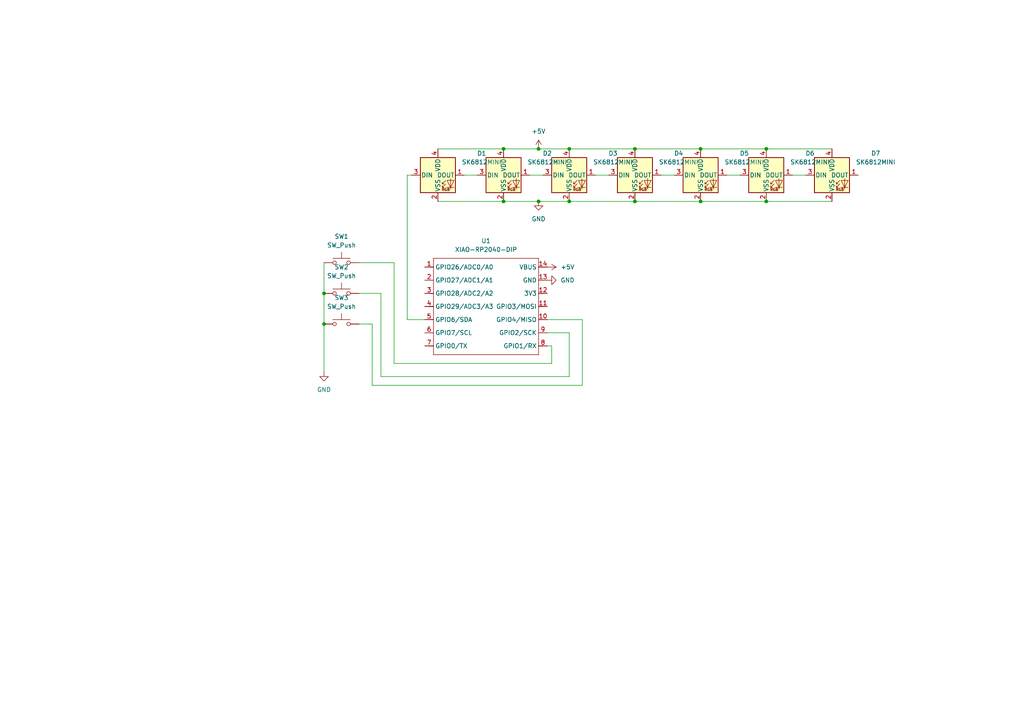
<source format=kicad_sch>
(kicad_sch
	(version 20231120)
	(generator "eeschema")
	(generator_version "8.0")
	(uuid "eb04d918-b175-470a-9280-f1622d85a1e4")
	(paper "A4")
	(lib_symbols
		(symbol "LED:SK6812MINI"
			(pin_names
				(offset 0.254)
			)
			(exclude_from_sim no)
			(in_bom yes)
			(on_board yes)
			(property "Reference" "D"
				(at 5.08 5.715 0)
				(effects
					(font
						(size 1.27 1.27)
					)
					(justify right bottom)
				)
			)
			(property "Value" "SK6812MINI"
				(at 1.27 -5.715 0)
				(effects
					(font
						(size 1.27 1.27)
					)
					(justify left top)
				)
			)
			(property "Footprint" "LED_SMD:LED_SK6812MINI_PLCC4_3.5x3.5mm_P1.75mm"
				(at 1.27 -7.62 0)
				(effects
					(font
						(size 1.27 1.27)
					)
					(justify left top)
					(hide yes)
				)
			)
			(property "Datasheet" "https://cdn-shop.adafruit.com/product-files/2686/SK6812MINI_REV.01-1-2.pdf"
				(at 2.54 -9.525 0)
				(effects
					(font
						(size 1.27 1.27)
					)
					(justify left top)
					(hide yes)
				)
			)
			(property "Description" "RGB LED with integrated controller"
				(at 0 0 0)
				(effects
					(font
						(size 1.27 1.27)
					)
					(hide yes)
				)
			)
			(property "ki_keywords" "RGB LED NeoPixel Mini addressable"
				(at 0 0 0)
				(effects
					(font
						(size 1.27 1.27)
					)
					(hide yes)
				)
			)
			(property "ki_fp_filters" "LED*SK6812MINI*PLCC*3.5x3.5mm*P1.75mm*"
				(at 0 0 0)
				(effects
					(font
						(size 1.27 1.27)
					)
					(hide yes)
				)
			)
			(symbol "SK6812MINI_0_0"
				(text "RGB"
					(at 2.286 -4.191 0)
					(effects
						(font
							(size 0.762 0.762)
						)
					)
				)
			)
			(symbol "SK6812MINI_0_1"
				(polyline
					(pts
						(xy 1.27 -3.556) (xy 1.778 -3.556)
					)
					(stroke
						(width 0)
						(type default)
					)
					(fill
						(type none)
					)
				)
				(polyline
					(pts
						(xy 1.27 -2.54) (xy 1.778 -2.54)
					)
					(stroke
						(width 0)
						(type default)
					)
					(fill
						(type none)
					)
				)
				(polyline
					(pts
						(xy 4.699 -3.556) (xy 2.667 -3.556)
					)
					(stroke
						(width 0)
						(type default)
					)
					(fill
						(type none)
					)
				)
				(polyline
					(pts
						(xy 2.286 -2.54) (xy 1.27 -3.556) (xy 1.27 -3.048)
					)
					(stroke
						(width 0)
						(type default)
					)
					(fill
						(type none)
					)
				)
				(polyline
					(pts
						(xy 2.286 -1.524) (xy 1.27 -2.54) (xy 1.27 -2.032)
					)
					(stroke
						(width 0)
						(type default)
					)
					(fill
						(type none)
					)
				)
				(polyline
					(pts
						(xy 3.683 -1.016) (xy 3.683 -3.556) (xy 3.683 -4.064)
					)
					(stroke
						(width 0)
						(type default)
					)
					(fill
						(type none)
					)
				)
				(polyline
					(pts
						(xy 4.699 -1.524) (xy 2.667 -1.524) (xy 3.683 -3.556) (xy 4.699 -1.524)
					)
					(stroke
						(width 0)
						(type default)
					)
					(fill
						(type none)
					)
				)
				(rectangle
					(start 5.08 5.08)
					(end -5.08 -5.08)
					(stroke
						(width 0.254)
						(type default)
					)
					(fill
						(type background)
					)
				)
			)
			(symbol "SK6812MINI_1_1"
				(pin output line
					(at 7.62 0 180)
					(length 2.54)
					(name "DOUT"
						(effects
							(font
								(size 1.27 1.27)
							)
						)
					)
					(number "1"
						(effects
							(font
								(size 1.27 1.27)
							)
						)
					)
				)
				(pin power_in line
					(at 0 -7.62 90)
					(length 2.54)
					(name "VSS"
						(effects
							(font
								(size 1.27 1.27)
							)
						)
					)
					(number "2"
						(effects
							(font
								(size 1.27 1.27)
							)
						)
					)
				)
				(pin input line
					(at -7.62 0 0)
					(length 2.54)
					(name "DIN"
						(effects
							(font
								(size 1.27 1.27)
							)
						)
					)
					(number "3"
						(effects
							(font
								(size 1.27 1.27)
							)
						)
					)
				)
				(pin power_in line
					(at 0 7.62 270)
					(length 2.54)
					(name "VDD"
						(effects
							(font
								(size 1.27 1.27)
							)
						)
					)
					(number "4"
						(effects
							(font
								(size 1.27 1.27)
							)
						)
					)
				)
			)
		)
		(symbol "OPL:XIAO-RP2040-DIP"
			(exclude_from_sim no)
			(in_bom yes)
			(on_board yes)
			(property "Reference" "U"
				(at 0 0 0)
				(effects
					(font
						(size 1.27 1.27)
					)
				)
			)
			(property "Value" "XIAO-RP2040-DIP"
				(at 5.334 -1.778 0)
				(effects
					(font
						(size 1.27 1.27)
					)
				)
			)
			(property "Footprint" "Module:MOUDLE14P-XIAO-DIP-SMD"
				(at 14.478 -32.258 0)
				(effects
					(font
						(size 1.27 1.27)
					)
					(hide yes)
				)
			)
			(property "Datasheet" ""
				(at 0 0 0)
				(effects
					(font
						(size 1.27 1.27)
					)
					(hide yes)
				)
			)
			(property "Description" ""
				(at 0 0 0)
				(effects
					(font
						(size 1.27 1.27)
					)
					(hide yes)
				)
			)
			(symbol "XIAO-RP2040-DIP_1_0"
				(polyline
					(pts
						(xy -1.27 -30.48) (xy -1.27 -16.51)
					)
					(stroke
						(width 0.1524)
						(type solid)
					)
					(fill
						(type none)
					)
				)
				(polyline
					(pts
						(xy -1.27 -27.94) (xy -2.54 -27.94)
					)
					(stroke
						(width 0.1524)
						(type solid)
					)
					(fill
						(type none)
					)
				)
				(polyline
					(pts
						(xy -1.27 -24.13) (xy -2.54 -24.13)
					)
					(stroke
						(width 0.1524)
						(type solid)
					)
					(fill
						(type none)
					)
				)
				(polyline
					(pts
						(xy -1.27 -20.32) (xy -2.54 -20.32)
					)
					(stroke
						(width 0.1524)
						(type solid)
					)
					(fill
						(type none)
					)
				)
				(polyline
					(pts
						(xy -1.27 -16.51) (xy -2.54 -16.51)
					)
					(stroke
						(width 0.1524)
						(type solid)
					)
					(fill
						(type none)
					)
				)
				(polyline
					(pts
						(xy -1.27 -16.51) (xy -1.27 -12.7)
					)
					(stroke
						(width 0.1524)
						(type solid)
					)
					(fill
						(type none)
					)
				)
				(polyline
					(pts
						(xy -1.27 -12.7) (xy -2.54 -12.7)
					)
					(stroke
						(width 0.1524)
						(type solid)
					)
					(fill
						(type none)
					)
				)
				(polyline
					(pts
						(xy -1.27 -12.7) (xy -1.27 -8.89)
					)
					(stroke
						(width 0.1524)
						(type solid)
					)
					(fill
						(type none)
					)
				)
				(polyline
					(pts
						(xy -1.27 -8.89) (xy -2.54 -8.89)
					)
					(stroke
						(width 0.1524)
						(type solid)
					)
					(fill
						(type none)
					)
				)
				(polyline
					(pts
						(xy -1.27 -8.89) (xy -1.27 -5.08)
					)
					(stroke
						(width 0.1524)
						(type solid)
					)
					(fill
						(type none)
					)
				)
				(polyline
					(pts
						(xy -1.27 -5.08) (xy -2.54 -5.08)
					)
					(stroke
						(width 0.1524)
						(type solid)
					)
					(fill
						(type none)
					)
				)
				(polyline
					(pts
						(xy -1.27 -5.08) (xy -1.27 -2.54)
					)
					(stroke
						(width 0.1524)
						(type solid)
					)
					(fill
						(type none)
					)
				)
				(polyline
					(pts
						(xy -1.27 -2.54) (xy 29.21 -2.54)
					)
					(stroke
						(width 0.1524)
						(type solid)
					)
					(fill
						(type none)
					)
				)
				(polyline
					(pts
						(xy 29.21 -30.48) (xy -1.27 -30.48)
					)
					(stroke
						(width 0.1524)
						(type solid)
					)
					(fill
						(type none)
					)
				)
				(polyline
					(pts
						(xy 29.21 -12.7) (xy 29.21 -30.48)
					)
					(stroke
						(width 0.1524)
						(type solid)
					)
					(fill
						(type none)
					)
				)
				(polyline
					(pts
						(xy 29.21 -8.89) (xy 29.21 -12.7)
					)
					(stroke
						(width 0.1524)
						(type solid)
					)
					(fill
						(type none)
					)
				)
				(polyline
					(pts
						(xy 29.21 -5.08) (xy 29.21 -8.89)
					)
					(stroke
						(width 0.1524)
						(type solid)
					)
					(fill
						(type none)
					)
				)
				(polyline
					(pts
						(xy 29.21 -2.54) (xy 29.21 -5.08)
					)
					(stroke
						(width 0.1524)
						(type solid)
					)
					(fill
						(type none)
					)
				)
				(polyline
					(pts
						(xy 30.48 -27.94) (xy 29.21 -27.94)
					)
					(stroke
						(width 0.1524)
						(type solid)
					)
					(fill
						(type none)
					)
				)
				(polyline
					(pts
						(xy 30.48 -24.13) (xy 29.21 -24.13)
					)
					(stroke
						(width 0.1524)
						(type solid)
					)
					(fill
						(type none)
					)
				)
				(polyline
					(pts
						(xy 30.48 -20.32) (xy 29.21 -20.32)
					)
					(stroke
						(width 0.1524)
						(type solid)
					)
					(fill
						(type none)
					)
				)
				(polyline
					(pts
						(xy 30.48 -16.51) (xy 29.21 -16.51)
					)
					(stroke
						(width 0.1524)
						(type solid)
					)
					(fill
						(type none)
					)
				)
				(polyline
					(pts
						(xy 30.48 -12.7) (xy 29.21 -12.7)
					)
					(stroke
						(width 0.1524)
						(type solid)
					)
					(fill
						(type none)
					)
				)
				(polyline
					(pts
						(xy 30.48 -8.89) (xy 29.21 -8.89)
					)
					(stroke
						(width 0.1524)
						(type solid)
					)
					(fill
						(type none)
					)
				)
				(polyline
					(pts
						(xy 30.48 -5.08) (xy 29.21 -5.08)
					)
					(stroke
						(width 0.1524)
						(type solid)
					)
					(fill
						(type none)
					)
				)
				(pin passive line
					(at -3.81 -5.08 0)
					(length 2.54)
					(name "GPIO26/ADC0/A0"
						(effects
							(font
								(size 1.27 1.27)
							)
						)
					)
					(number "1"
						(effects
							(font
								(size 1.27 1.27)
							)
						)
					)
				)
				(pin passive line
					(at 31.75 -20.32 180)
					(length 2.54)
					(name "GPIO4/MISO"
						(effects
							(font
								(size 1.27 1.27)
							)
						)
					)
					(number "10"
						(effects
							(font
								(size 1.27 1.27)
							)
						)
					)
				)
				(pin passive line
					(at 31.75 -16.51 180)
					(length 2.54)
					(name "GPIO3/MOSI"
						(effects
							(font
								(size 1.27 1.27)
							)
						)
					)
					(number "11"
						(effects
							(font
								(size 1.27 1.27)
							)
						)
					)
				)
				(pin passive line
					(at 31.75 -12.7 180)
					(length 2.54)
					(name "3V3"
						(effects
							(font
								(size 1.27 1.27)
							)
						)
					)
					(number "12"
						(effects
							(font
								(size 1.27 1.27)
							)
						)
					)
				)
				(pin passive line
					(at 31.75 -8.89 180)
					(length 2.54)
					(name "GND"
						(effects
							(font
								(size 1.27 1.27)
							)
						)
					)
					(number "13"
						(effects
							(font
								(size 1.27 1.27)
							)
						)
					)
				)
				(pin passive line
					(at 31.75 -5.08 180)
					(length 2.54)
					(name "VBUS"
						(effects
							(font
								(size 1.27 1.27)
							)
						)
					)
					(number "14"
						(effects
							(font
								(size 1.27 1.27)
							)
						)
					)
				)
				(pin passive line
					(at -3.81 -8.89 0)
					(length 2.54)
					(name "GPIO27/ADC1/A1"
						(effects
							(font
								(size 1.27 1.27)
							)
						)
					)
					(number "2"
						(effects
							(font
								(size 1.27 1.27)
							)
						)
					)
				)
				(pin passive line
					(at -3.81 -12.7 0)
					(length 2.54)
					(name "GPIO28/ADC2/A2"
						(effects
							(font
								(size 1.27 1.27)
							)
						)
					)
					(number "3"
						(effects
							(font
								(size 1.27 1.27)
							)
						)
					)
				)
				(pin passive line
					(at -3.81 -16.51 0)
					(length 2.54)
					(name "GPIO29/ADC3/A3"
						(effects
							(font
								(size 1.27 1.27)
							)
						)
					)
					(number "4"
						(effects
							(font
								(size 1.27 1.27)
							)
						)
					)
				)
				(pin passive line
					(at -3.81 -20.32 0)
					(length 2.54)
					(name "GPIO6/SDA"
						(effects
							(font
								(size 1.27 1.27)
							)
						)
					)
					(number "5"
						(effects
							(font
								(size 1.27 1.27)
							)
						)
					)
				)
				(pin passive line
					(at -3.81 -24.13 0)
					(length 2.54)
					(name "GPIO7/SCL"
						(effects
							(font
								(size 1.27 1.27)
							)
						)
					)
					(number "6"
						(effects
							(font
								(size 1.27 1.27)
							)
						)
					)
				)
				(pin passive line
					(at -3.81 -27.94 0)
					(length 2.54)
					(name "GPIO0/TX"
						(effects
							(font
								(size 1.27 1.27)
							)
						)
					)
					(number "7"
						(effects
							(font
								(size 1.27 1.27)
							)
						)
					)
				)
				(pin passive line
					(at 31.75 -27.94 180)
					(length 2.54)
					(name "GPIO1/RX"
						(effects
							(font
								(size 1.27 1.27)
							)
						)
					)
					(number "8"
						(effects
							(font
								(size 1.27 1.27)
							)
						)
					)
				)
				(pin passive line
					(at 31.75 -24.13 180)
					(length 2.54)
					(name "GPIO2/SCK"
						(effects
							(font
								(size 1.27 1.27)
							)
						)
					)
					(number "9"
						(effects
							(font
								(size 1.27 1.27)
							)
						)
					)
				)
			)
		)
		(symbol "Switch:SW_Push"
			(pin_numbers hide)
			(pin_names
				(offset 1.016) hide)
			(exclude_from_sim no)
			(in_bom yes)
			(on_board yes)
			(property "Reference" "SW"
				(at 1.27 2.54 0)
				(effects
					(font
						(size 1.27 1.27)
					)
					(justify left)
				)
			)
			(property "Value" "SW_Push"
				(at 0 -1.524 0)
				(effects
					(font
						(size 1.27 1.27)
					)
				)
			)
			(property "Footprint" ""
				(at 0 5.08 0)
				(effects
					(font
						(size 1.27 1.27)
					)
					(hide yes)
				)
			)
			(property "Datasheet" "~"
				(at 0 5.08 0)
				(effects
					(font
						(size 1.27 1.27)
					)
					(hide yes)
				)
			)
			(property "Description" "Push button switch, generic, two pins"
				(at 0 0 0)
				(effects
					(font
						(size 1.27 1.27)
					)
					(hide yes)
				)
			)
			(property "ki_keywords" "switch normally-open pushbutton push-button"
				(at 0 0 0)
				(effects
					(font
						(size 1.27 1.27)
					)
					(hide yes)
				)
			)
			(symbol "SW_Push_0_1"
				(circle
					(center -2.032 0)
					(radius 0.508)
					(stroke
						(width 0)
						(type default)
					)
					(fill
						(type none)
					)
				)
				(polyline
					(pts
						(xy 0 1.27) (xy 0 3.048)
					)
					(stroke
						(width 0)
						(type default)
					)
					(fill
						(type none)
					)
				)
				(polyline
					(pts
						(xy 2.54 1.27) (xy -2.54 1.27)
					)
					(stroke
						(width 0)
						(type default)
					)
					(fill
						(type none)
					)
				)
				(circle
					(center 2.032 0)
					(radius 0.508)
					(stroke
						(width 0)
						(type default)
					)
					(fill
						(type none)
					)
				)
				(pin passive line
					(at -5.08 0 0)
					(length 2.54)
					(name "1"
						(effects
							(font
								(size 1.27 1.27)
							)
						)
					)
					(number "1"
						(effects
							(font
								(size 1.27 1.27)
							)
						)
					)
				)
				(pin passive line
					(at 5.08 0 180)
					(length 2.54)
					(name "2"
						(effects
							(font
								(size 1.27 1.27)
							)
						)
					)
					(number "2"
						(effects
							(font
								(size 1.27 1.27)
							)
						)
					)
				)
			)
		)
		(symbol "power:+5V"
			(power)
			(pin_numbers hide)
			(pin_names
				(offset 0) hide)
			(exclude_from_sim no)
			(in_bom yes)
			(on_board yes)
			(property "Reference" "#PWR"
				(at 0 -3.81 0)
				(effects
					(font
						(size 1.27 1.27)
					)
					(hide yes)
				)
			)
			(property "Value" "+5V"
				(at 0 3.556 0)
				(effects
					(font
						(size 1.27 1.27)
					)
				)
			)
			(property "Footprint" ""
				(at 0 0 0)
				(effects
					(font
						(size 1.27 1.27)
					)
					(hide yes)
				)
			)
			(property "Datasheet" ""
				(at 0 0 0)
				(effects
					(font
						(size 1.27 1.27)
					)
					(hide yes)
				)
			)
			(property "Description" "Power symbol creates a global label with name \"+5V\""
				(at 0 0 0)
				(effects
					(font
						(size 1.27 1.27)
					)
					(hide yes)
				)
			)
			(property "ki_keywords" "global power"
				(at 0 0 0)
				(effects
					(font
						(size 1.27 1.27)
					)
					(hide yes)
				)
			)
			(symbol "+5V_0_1"
				(polyline
					(pts
						(xy -0.762 1.27) (xy 0 2.54)
					)
					(stroke
						(width 0)
						(type default)
					)
					(fill
						(type none)
					)
				)
				(polyline
					(pts
						(xy 0 0) (xy 0 2.54)
					)
					(stroke
						(width 0)
						(type default)
					)
					(fill
						(type none)
					)
				)
				(polyline
					(pts
						(xy 0 2.54) (xy 0.762 1.27)
					)
					(stroke
						(width 0)
						(type default)
					)
					(fill
						(type none)
					)
				)
			)
			(symbol "+5V_1_1"
				(pin power_in line
					(at 0 0 90)
					(length 0)
					(name "~"
						(effects
							(font
								(size 1.27 1.27)
							)
						)
					)
					(number "1"
						(effects
							(font
								(size 1.27 1.27)
							)
						)
					)
				)
			)
		)
		(symbol "power:GND"
			(power)
			(pin_numbers hide)
			(pin_names
				(offset 0) hide)
			(exclude_from_sim no)
			(in_bom yes)
			(on_board yes)
			(property "Reference" "#PWR"
				(at 0 -6.35 0)
				(effects
					(font
						(size 1.27 1.27)
					)
					(hide yes)
				)
			)
			(property "Value" "GND"
				(at 0 -3.81 0)
				(effects
					(font
						(size 1.27 1.27)
					)
				)
			)
			(property "Footprint" ""
				(at 0 0 0)
				(effects
					(font
						(size 1.27 1.27)
					)
					(hide yes)
				)
			)
			(property "Datasheet" ""
				(at 0 0 0)
				(effects
					(font
						(size 1.27 1.27)
					)
					(hide yes)
				)
			)
			(property "Description" "Power symbol creates a global label with name \"GND\" , ground"
				(at 0 0 0)
				(effects
					(font
						(size 1.27 1.27)
					)
					(hide yes)
				)
			)
			(property "ki_keywords" "global power"
				(at 0 0 0)
				(effects
					(font
						(size 1.27 1.27)
					)
					(hide yes)
				)
			)
			(symbol "GND_0_1"
				(polyline
					(pts
						(xy 0 0) (xy 0 -1.27) (xy 1.27 -1.27) (xy 0 -2.54) (xy -1.27 -1.27) (xy 0 -1.27)
					)
					(stroke
						(width 0)
						(type default)
					)
					(fill
						(type none)
					)
				)
			)
			(symbol "GND_1_1"
				(pin power_in line
					(at 0 0 270)
					(length 0)
					(name "~"
						(effects
							(font
								(size 1.27 1.27)
							)
						)
					)
					(number "1"
						(effects
							(font
								(size 1.27 1.27)
							)
						)
					)
				)
			)
		)
	)
	(junction
		(at 156.21 43.18)
		(diameter 0)
		(color 0 0 0 0)
		(uuid "4f1a8e31-d7e4-4ac9-b56e-bbdf216ecfc0")
	)
	(junction
		(at 93.98 85.09)
		(diameter 0)
		(color 0 0 0 0)
		(uuid "6c832384-ad06-4bbb-9c14-c4ab64e9771b")
	)
	(junction
		(at 165.1 58.42)
		(diameter 0)
		(color 0 0 0 0)
		(uuid "8d2ae0f4-b60a-444f-84c3-9f171bf07458")
	)
	(junction
		(at 203.2 43.18)
		(diameter 0)
		(color 0 0 0 0)
		(uuid "913e2ef8-6d86-45ef-818a-d4b0cd88a956")
	)
	(junction
		(at 184.15 58.42)
		(diameter 0)
		(color 0 0 0 0)
		(uuid "9efe6d77-e125-4e4f-87bf-b19bef4b557b")
	)
	(junction
		(at 146.05 58.42)
		(diameter 0)
		(color 0 0 0 0)
		(uuid "a74e9804-c0c2-4417-8854-feb603cf20d6")
	)
	(junction
		(at 222.25 43.18)
		(diameter 0)
		(color 0 0 0 0)
		(uuid "bb62d5ec-8c7a-488b-9773-583be220277e")
	)
	(junction
		(at 203.2 58.42)
		(diameter 0)
		(color 0 0 0 0)
		(uuid "c5610512-2a34-4641-9b01-6dd69561e842")
	)
	(junction
		(at 146.05 43.18)
		(diameter 0)
		(color 0 0 0 0)
		(uuid "d35e5d17-f587-4df9-8412-5e13b7df0b42")
	)
	(junction
		(at 165.1 43.18)
		(diameter 0)
		(color 0 0 0 0)
		(uuid "e203351a-3cb7-47fb-9c9c-256f8a1d998e")
	)
	(junction
		(at 93.98 93.98)
		(diameter 0)
		(color 0 0 0 0)
		(uuid "e4fc75d5-ec69-40c0-939a-4cce9712d0b0")
	)
	(junction
		(at 156.21 58.42)
		(diameter 0)
		(color 0 0 0 0)
		(uuid "f1918d70-2a1f-4183-95ae-1545f69c0c64")
	)
	(junction
		(at 184.15 43.18)
		(diameter 0)
		(color 0 0 0 0)
		(uuid "f4d99488-36c4-4c55-9ad4-fdd51ee75ad1")
	)
	(junction
		(at 222.25 58.42)
		(diameter 0)
		(color 0 0 0 0)
		(uuid "fe73f370-f4a7-44b6-88b0-3066a0d05aa6")
	)
	(wire
		(pts
			(xy 104.14 85.09) (xy 110.49 85.09)
		)
		(stroke
			(width 0)
			(type default)
		)
		(uuid "06df4270-6ded-452c-9ef2-5865e09d5db8")
	)
	(wire
		(pts
			(xy 158.75 100.33) (xy 160.02 100.33)
		)
		(stroke
			(width 0)
			(type default)
		)
		(uuid "09032d15-9bf3-4cbd-9336-a8d5c74f320b")
	)
	(wire
		(pts
			(xy 229.87 50.8) (xy 233.68 50.8)
		)
		(stroke
			(width 0)
			(type default)
		)
		(uuid "0fe32c3c-32f1-4fc5-af50-4e9651353eba")
	)
	(wire
		(pts
			(xy 118.11 50.8) (xy 118.11 92.71)
		)
		(stroke
			(width 0)
			(type default)
		)
		(uuid "122ba3f4-82c9-49ae-aa45-61bd40245fc8")
	)
	(wire
		(pts
			(xy 165.1 96.52) (xy 165.1 109.22)
		)
		(stroke
			(width 0)
			(type default)
		)
		(uuid "255aaf0a-83ed-46e2-a340-27b6487081b0")
	)
	(wire
		(pts
			(xy 146.05 43.18) (xy 156.21 43.18)
		)
		(stroke
			(width 0)
			(type default)
		)
		(uuid "28023bb9-d383-49c3-9c53-b5e2e701e497")
	)
	(wire
		(pts
			(xy 172.72 50.8) (xy 176.53 50.8)
		)
		(stroke
			(width 0)
			(type default)
		)
		(uuid "2a71fb09-c1ee-4c8c-8769-43b9d50b5d15")
	)
	(wire
		(pts
			(xy 222.25 43.18) (xy 241.3 43.18)
		)
		(stroke
			(width 0)
			(type default)
		)
		(uuid "2e59ee80-0e3d-45cd-8423-be1f3024d307")
	)
	(wire
		(pts
			(xy 93.98 76.2) (xy 93.98 85.09)
		)
		(stroke
			(width 0)
			(type default)
		)
		(uuid "2eee8d5a-3560-4c50-b25d-d093118e0615")
	)
	(wire
		(pts
			(xy 156.21 58.42) (xy 165.1 58.42)
		)
		(stroke
			(width 0)
			(type default)
		)
		(uuid "32564cb1-6718-41c5-a7b3-ea217ce0fb8f")
	)
	(wire
		(pts
			(xy 114.3 76.2) (xy 104.14 76.2)
		)
		(stroke
			(width 0)
			(type default)
		)
		(uuid "37d639fd-3ce9-4fb2-af32-6ea9d7c426b9")
	)
	(wire
		(pts
			(xy 158.75 96.52) (xy 165.1 96.52)
		)
		(stroke
			(width 0)
			(type default)
		)
		(uuid "3a1b1835-8e2b-4e94-a5bf-51a3d17facbe")
	)
	(wire
		(pts
			(xy 184.15 58.42) (xy 203.2 58.42)
		)
		(stroke
			(width 0)
			(type default)
		)
		(uuid "3b911461-cfb0-474e-9ff9-9a42584cb48d")
	)
	(wire
		(pts
			(xy 160.02 105.41) (xy 114.3 105.41)
		)
		(stroke
			(width 0)
			(type default)
		)
		(uuid "41c2a901-a464-4560-b98a-3161a226df3f")
	)
	(wire
		(pts
			(xy 165.1 58.42) (xy 184.15 58.42)
		)
		(stroke
			(width 0)
			(type default)
		)
		(uuid "47f4dde8-45a3-4704-99b2-6bb23de8d2e6")
	)
	(wire
		(pts
			(xy 165.1 109.22) (xy 110.49 109.22)
		)
		(stroke
			(width 0)
			(type default)
		)
		(uuid "4dfb4083-0a3a-447b-8dae-03fec7326b48")
	)
	(wire
		(pts
			(xy 165.1 43.18) (xy 184.15 43.18)
		)
		(stroke
			(width 0)
			(type default)
		)
		(uuid "4e0c8503-9791-4a3a-a963-a59068bb463a")
	)
	(wire
		(pts
			(xy 107.95 111.76) (xy 107.95 93.98)
		)
		(stroke
			(width 0)
			(type default)
		)
		(uuid "525838eb-4b78-49fb-b4ba-7d74f4c8bc0e")
	)
	(wire
		(pts
			(xy 160.02 100.33) (xy 160.02 105.41)
		)
		(stroke
			(width 0)
			(type default)
		)
		(uuid "53d723fe-3d32-4be7-9751-b64fc64ef492")
	)
	(wire
		(pts
			(xy 119.38 50.8) (xy 118.11 50.8)
		)
		(stroke
			(width 0)
			(type default)
		)
		(uuid "58333d57-b26d-4d44-9378-c64040b765b0")
	)
	(wire
		(pts
			(xy 222.25 58.42) (xy 241.3 58.42)
		)
		(stroke
			(width 0)
			(type default)
		)
		(uuid "5892ed04-4297-4182-a38a-ac96df3bcc74")
	)
	(wire
		(pts
			(xy 158.75 92.71) (xy 168.91 92.71)
		)
		(stroke
			(width 0)
			(type default)
		)
		(uuid "59c4c878-92b4-4d0c-b6e4-044573fb7d07")
	)
	(wire
		(pts
			(xy 146.05 58.42) (xy 156.21 58.42)
		)
		(stroke
			(width 0)
			(type default)
		)
		(uuid "6c249449-a657-4c2a-a618-0e01f6f86410")
	)
	(wire
		(pts
			(xy 184.15 43.18) (xy 203.2 43.18)
		)
		(stroke
			(width 0)
			(type default)
		)
		(uuid "71822a13-d60a-4754-87d5-a865da7eab22")
	)
	(wire
		(pts
			(xy 93.98 93.98) (xy 93.98 107.95)
		)
		(stroke
			(width 0)
			(type default)
		)
		(uuid "76184768-eb20-41be-8779-748a8e3aef23")
	)
	(wire
		(pts
			(xy 210.82 50.8) (xy 214.63 50.8)
		)
		(stroke
			(width 0)
			(type default)
		)
		(uuid "7c364c2f-aaab-4970-b66f-3f7778a4f859")
	)
	(wire
		(pts
			(xy 191.77 50.8) (xy 195.58 50.8)
		)
		(stroke
			(width 0)
			(type default)
		)
		(uuid "9d08627a-063b-4e42-8958-a862e17a459e")
	)
	(wire
		(pts
			(xy 127 43.18) (xy 146.05 43.18)
		)
		(stroke
			(width 0)
			(type default)
		)
		(uuid "a4c6a00e-5a02-43e3-b74e-2b84bdb14e16")
	)
	(wire
		(pts
			(xy 134.62 50.8) (xy 138.43 50.8)
		)
		(stroke
			(width 0)
			(type default)
		)
		(uuid "a9ecc225-f5ac-4464-bc40-0a58a9494fe6")
	)
	(wire
		(pts
			(xy 110.49 109.22) (xy 110.49 85.09)
		)
		(stroke
			(width 0)
			(type default)
		)
		(uuid "b7456503-b213-4b4e-8718-be929d7d75d7")
	)
	(wire
		(pts
			(xy 168.91 111.76) (xy 107.95 111.76)
		)
		(stroke
			(width 0)
			(type default)
		)
		(uuid "c39f9fd5-132b-4d58-bdfc-5c9eb7977036")
	)
	(wire
		(pts
			(xy 203.2 58.42) (xy 222.25 58.42)
		)
		(stroke
			(width 0)
			(type default)
		)
		(uuid "cbb23a34-bf8e-4038-b840-ed99786abce7")
	)
	(wire
		(pts
			(xy 168.91 92.71) (xy 168.91 111.76)
		)
		(stroke
			(width 0)
			(type default)
		)
		(uuid "d15c82b6-5778-4a96-b40f-7feab6578725")
	)
	(wire
		(pts
			(xy 93.98 85.09) (xy 93.98 93.98)
		)
		(stroke
			(width 0)
			(type default)
		)
		(uuid "d18ce8e6-1516-4d25-ad9f-a68dabc118d4")
	)
	(wire
		(pts
			(xy 203.2 43.18) (xy 222.25 43.18)
		)
		(stroke
			(width 0)
			(type default)
		)
		(uuid "d29387bb-03d3-466a-b432-19184a5728c4")
	)
	(wire
		(pts
			(xy 127 58.42) (xy 146.05 58.42)
		)
		(stroke
			(width 0)
			(type default)
		)
		(uuid "d6b096ae-353d-4859-96c7-c9258e815140")
	)
	(wire
		(pts
			(xy 156.21 43.18) (xy 165.1 43.18)
		)
		(stroke
			(width 0)
			(type default)
		)
		(uuid "da5f1b25-e0e8-4973-be0b-2d7572046d3c")
	)
	(wire
		(pts
			(xy 107.95 93.98) (xy 104.14 93.98)
		)
		(stroke
			(width 0)
			(type default)
		)
		(uuid "db3cee5d-6cd3-42b1-94fa-b5ee77025d9d")
	)
	(wire
		(pts
			(xy 114.3 105.41) (xy 114.3 76.2)
		)
		(stroke
			(width 0)
			(type default)
		)
		(uuid "dc05d16a-4169-4b32-b892-18632a759e2b")
	)
	(wire
		(pts
			(xy 118.11 92.71) (xy 123.19 92.71)
		)
		(stroke
			(width 0)
			(type default)
		)
		(uuid "dce7551a-f211-413d-a235-62fc4dfbd700")
	)
	(wire
		(pts
			(xy 153.67 50.8) (xy 157.48 50.8)
		)
		(stroke
			(width 0)
			(type default)
		)
		(uuid "ec756fcf-36bc-4bfa-9a62-492057cfa5f9")
	)
	(symbol
		(lib_id "LED:SK6812MINI")
		(at 146.05 50.8 0)
		(unit 1)
		(exclude_from_sim no)
		(in_bom yes)
		(on_board yes)
		(dnp no)
		(fields_autoplaced yes)
		(uuid "06550618-28b8-4c6a-9afe-9a70418bcbb5")
		(property "Reference" "D2"
			(at 158.75 44.4814 0)
			(effects
				(font
					(size 1.27 1.27)
				)
			)
		)
		(property "Value" "SK6812MINI"
			(at 158.75 47.0214 0)
			(effects
				(font
					(size 1.27 1.27)
				)
			)
		)
		(property "Footprint" "LED_SMD:LED_SK6812MINI_PLCC4_3.5x3.5mm_P1.75mm"
			(at 147.32 58.42 0)
			(effects
				(font
					(size 1.27 1.27)
				)
				(justify left top)
				(hide yes)
			)
		)
		(property "Datasheet" "https://cdn-shop.adafruit.com/product-files/2686/SK6812MINI_REV.01-1-2.pdf"
			(at 148.59 60.325 0)
			(effects
				(font
					(size 1.27 1.27)
				)
				(justify left top)
				(hide yes)
			)
		)
		(property "Description" "RGB LED with integrated controller"
			(at 146.05 50.8 0)
			(effects
				(font
					(size 1.27 1.27)
				)
				(hide yes)
			)
		)
		(pin "3"
			(uuid "305eff42-2089-4351-81a8-0311a0e67b77")
		)
		(pin "2"
			(uuid "5a63629a-20c7-4251-9778-e9f8219a43c7")
		)
		(pin "4"
			(uuid "7a66eb56-6068-412a-a574-751cce005285")
		)
		(pin "1"
			(uuid "e8a50bb3-edcd-4e1c-951c-2490d6c055e6")
		)
		(instances
			(project "hackpad"
				(path "/eb04d918-b175-470a-9280-f1622d85a1e4"
					(reference "D2")
					(unit 1)
				)
			)
		)
	)
	(symbol
		(lib_id "power:+5V")
		(at 158.75 77.47 270)
		(unit 1)
		(exclude_from_sim no)
		(in_bom yes)
		(on_board yes)
		(dnp no)
		(fields_autoplaced yes)
		(uuid "136aef24-26f0-45c9-a08b-48d4cd75261e")
		(property "Reference" "#PWR03"
			(at 154.94 77.47 0)
			(effects
				(font
					(size 1.27 1.27)
				)
				(hide yes)
			)
		)
		(property "Value" "+5V"
			(at 162.56 77.4699 90)
			(effects
				(font
					(size 1.27 1.27)
				)
				(justify left)
			)
		)
		(property "Footprint" ""
			(at 158.75 77.47 0)
			(effects
				(font
					(size 1.27 1.27)
				)
				(hide yes)
			)
		)
		(property "Datasheet" ""
			(at 158.75 77.47 0)
			(effects
				(font
					(size 1.27 1.27)
				)
				(hide yes)
			)
		)
		(property "Description" "Power symbol creates a global label with name \"+5V\""
			(at 158.75 77.47 0)
			(effects
				(font
					(size 1.27 1.27)
				)
				(hide yes)
			)
		)
		(pin "1"
			(uuid "817694c4-dbe9-4d3e-8d83-5c1015c75569")
		)
		(instances
			(project ""
				(path "/eb04d918-b175-470a-9280-f1622d85a1e4"
					(reference "#PWR03")
					(unit 1)
				)
			)
		)
	)
	(symbol
		(lib_id "LED:SK6812MINI")
		(at 184.15 50.8 0)
		(unit 1)
		(exclude_from_sim no)
		(in_bom yes)
		(on_board yes)
		(dnp no)
		(fields_autoplaced yes)
		(uuid "21c8132f-76a0-427f-a89c-247db8a05bd7")
		(property "Reference" "D4"
			(at 196.85 44.4814 0)
			(effects
				(font
					(size 1.27 1.27)
				)
			)
		)
		(property "Value" "SK6812MINI"
			(at 196.85 47.0214 0)
			(effects
				(font
					(size 1.27 1.27)
				)
			)
		)
		(property "Footprint" "LED_SMD:LED_SK6812MINI_PLCC4_3.5x3.5mm_P1.75mm"
			(at 185.42 58.42 0)
			(effects
				(font
					(size 1.27 1.27)
				)
				(justify left top)
				(hide yes)
			)
		)
		(property "Datasheet" "https://cdn-shop.adafruit.com/product-files/2686/SK6812MINI_REV.01-1-2.pdf"
			(at 186.69 60.325 0)
			(effects
				(font
					(size 1.27 1.27)
				)
				(justify left top)
				(hide yes)
			)
		)
		(property "Description" "RGB LED with integrated controller"
			(at 184.15 50.8 0)
			(effects
				(font
					(size 1.27 1.27)
				)
				(hide yes)
			)
		)
		(pin "3"
			(uuid "5a80a09f-aad7-4419-b667-21d70a6eb90f")
		)
		(pin "2"
			(uuid "11d1e26a-7fa6-4598-a941-7274489b00bf")
		)
		(pin "4"
			(uuid "da81f1fe-977d-4fc7-bb59-00eb447c145e")
		)
		(pin "1"
			(uuid "b7a14e54-8956-4ef6-b66e-f39af317d61d")
		)
		(instances
			(project "hackpad"
				(path "/eb04d918-b175-470a-9280-f1622d85a1e4"
					(reference "D4")
					(unit 1)
				)
			)
		)
	)
	(symbol
		(lib_id "power:+5V")
		(at 156.21 43.18 0)
		(unit 1)
		(exclude_from_sim no)
		(in_bom yes)
		(on_board yes)
		(dnp no)
		(fields_autoplaced yes)
		(uuid "38cd1362-4d1b-4e07-a833-36f54984b5ef")
		(property "Reference" "#PWR01"
			(at 156.21 46.99 0)
			(effects
				(font
					(size 1.27 1.27)
				)
				(hide yes)
			)
		)
		(property "Value" "+5V"
			(at 156.21 38.1 0)
			(effects
				(font
					(size 1.27 1.27)
				)
			)
		)
		(property "Footprint" ""
			(at 156.21 43.18 0)
			(effects
				(font
					(size 1.27 1.27)
				)
				(hide yes)
			)
		)
		(property "Datasheet" ""
			(at 156.21 43.18 0)
			(effects
				(font
					(size 1.27 1.27)
				)
				(hide yes)
			)
		)
		(property "Description" "Power symbol creates a global label with name \"+5V\""
			(at 156.21 43.18 0)
			(effects
				(font
					(size 1.27 1.27)
				)
				(hide yes)
			)
		)
		(pin "1"
			(uuid "0ed680ff-8672-4c36-bddb-20edb3303c83")
		)
		(instances
			(project ""
				(path "/eb04d918-b175-470a-9280-f1622d85a1e4"
					(reference "#PWR01")
					(unit 1)
				)
			)
		)
	)
	(symbol
		(lib_id "LED:SK6812MINI")
		(at 241.3 50.8 0)
		(unit 1)
		(exclude_from_sim no)
		(in_bom yes)
		(on_board yes)
		(dnp no)
		(fields_autoplaced yes)
		(uuid "3a35f63b-76e4-4cdd-a768-738dc10ce66c")
		(property "Reference" "D7"
			(at 254 44.4814 0)
			(effects
				(font
					(size 1.27 1.27)
				)
			)
		)
		(property "Value" "SK6812MINI"
			(at 254 47.0214 0)
			(effects
				(font
					(size 1.27 1.27)
				)
			)
		)
		(property "Footprint" "LED_SMD:LED_SK6812MINI_PLCC4_3.5x3.5mm_P1.75mm"
			(at 242.57 58.42 0)
			(effects
				(font
					(size 1.27 1.27)
				)
				(justify left top)
				(hide yes)
			)
		)
		(property "Datasheet" "https://cdn-shop.adafruit.com/product-files/2686/SK6812MINI_REV.01-1-2.pdf"
			(at 243.84 60.325 0)
			(effects
				(font
					(size 1.27 1.27)
				)
				(justify left top)
				(hide yes)
			)
		)
		(property "Description" "RGB LED with integrated controller"
			(at 241.3 50.8 0)
			(effects
				(font
					(size 1.27 1.27)
				)
				(hide yes)
			)
		)
		(pin "3"
			(uuid "e7362397-46a1-4a22-8a10-2ebeccde8516")
		)
		(pin "2"
			(uuid "2132f8be-0a07-4357-a5f0-2ae127733659")
		)
		(pin "4"
			(uuid "b7970c06-dd93-4879-a99e-f11bd4ffa667")
		)
		(pin "1"
			(uuid "2ebe1a32-e27d-4728-9c88-6e76ef7c6cda")
		)
		(instances
			(project "hackpad"
				(path "/eb04d918-b175-470a-9280-f1622d85a1e4"
					(reference "D7")
					(unit 1)
				)
			)
		)
	)
	(symbol
		(lib_id "LED:SK6812MINI")
		(at 203.2 50.8 0)
		(unit 1)
		(exclude_from_sim no)
		(in_bom yes)
		(on_board yes)
		(dnp no)
		(fields_autoplaced yes)
		(uuid "4b8fdc8a-e034-4d23-a28a-1334460c0373")
		(property "Reference" "D5"
			(at 215.9 44.4814 0)
			(effects
				(font
					(size 1.27 1.27)
				)
			)
		)
		(property "Value" "SK6812MINI"
			(at 215.9 47.0214 0)
			(effects
				(font
					(size 1.27 1.27)
				)
			)
		)
		(property "Footprint" "LED_SMD:LED_SK6812MINI_PLCC4_3.5x3.5mm_P1.75mm"
			(at 204.47 58.42 0)
			(effects
				(font
					(size 1.27 1.27)
				)
				(justify left top)
				(hide yes)
			)
		)
		(property "Datasheet" "https://cdn-shop.adafruit.com/product-files/2686/SK6812MINI_REV.01-1-2.pdf"
			(at 205.74 60.325 0)
			(effects
				(font
					(size 1.27 1.27)
				)
				(justify left top)
				(hide yes)
			)
		)
		(property "Description" "RGB LED with integrated controller"
			(at 203.2 50.8 0)
			(effects
				(font
					(size 1.27 1.27)
				)
				(hide yes)
			)
		)
		(pin "3"
			(uuid "2f8f91fa-8f1e-4d4d-a2c6-b845e6bbc5e2")
		)
		(pin "2"
			(uuid "d6ce2a60-7eb4-40c1-80f3-76f9cc68c5a4")
		)
		(pin "4"
			(uuid "0e0e9861-2ea5-41fd-828a-805a9adbeeea")
		)
		(pin "1"
			(uuid "aa5b637a-7bfa-4ed1-b231-57fb040491da")
		)
		(instances
			(project "hackpad"
				(path "/eb04d918-b175-470a-9280-f1622d85a1e4"
					(reference "D5")
					(unit 1)
				)
			)
		)
	)
	(symbol
		(lib_id "power:GND")
		(at 158.75 81.28 90)
		(unit 1)
		(exclude_from_sim no)
		(in_bom yes)
		(on_board yes)
		(dnp no)
		(fields_autoplaced yes)
		(uuid "4cbe41d8-5131-4708-978f-4a8c5d1ae872")
		(property "Reference" "#PWR04"
			(at 165.1 81.28 0)
			(effects
				(font
					(size 1.27 1.27)
				)
				(hide yes)
			)
		)
		(property "Value" "GND"
			(at 162.56 81.2799 90)
			(effects
				(font
					(size 1.27 1.27)
				)
				(justify right)
			)
		)
		(property "Footprint" ""
			(at 158.75 81.28 0)
			(effects
				(font
					(size 1.27 1.27)
				)
				(hide yes)
			)
		)
		(property "Datasheet" ""
			(at 158.75 81.28 0)
			(effects
				(font
					(size 1.27 1.27)
				)
				(hide yes)
			)
		)
		(property "Description" "Power symbol creates a global label with name \"GND\" , ground"
			(at 158.75 81.28 0)
			(effects
				(font
					(size 1.27 1.27)
				)
				(hide yes)
			)
		)
		(pin "1"
			(uuid "6e6c852c-1035-47da-b377-079a53aa7675")
		)
		(instances
			(project ""
				(path "/eb04d918-b175-470a-9280-f1622d85a1e4"
					(reference "#PWR04")
					(unit 1)
				)
			)
		)
	)
	(symbol
		(lib_id "power:GND")
		(at 93.98 107.95 0)
		(unit 1)
		(exclude_from_sim no)
		(in_bom yes)
		(on_board yes)
		(dnp no)
		(fields_autoplaced yes)
		(uuid "a0c3911f-1e55-4d86-8f80-389aed60107f")
		(property "Reference" "#PWR05"
			(at 93.98 114.3 0)
			(effects
				(font
					(size 1.27 1.27)
				)
				(hide yes)
			)
		)
		(property "Value" "GND"
			(at 93.98 113.03 0)
			(effects
				(font
					(size 1.27 1.27)
				)
			)
		)
		(property "Footprint" ""
			(at 93.98 107.95 0)
			(effects
				(font
					(size 1.27 1.27)
				)
				(hide yes)
			)
		)
		(property "Datasheet" ""
			(at 93.98 107.95 0)
			(effects
				(font
					(size 1.27 1.27)
				)
				(hide yes)
			)
		)
		(property "Description" "Power symbol creates a global label with name \"GND\" , ground"
			(at 93.98 107.95 0)
			(effects
				(font
					(size 1.27 1.27)
				)
				(hide yes)
			)
		)
		(pin "1"
			(uuid "08d7e213-f1c5-443e-9f82-aa030de9bc74")
		)
		(instances
			(project ""
				(path "/eb04d918-b175-470a-9280-f1622d85a1e4"
					(reference "#PWR05")
					(unit 1)
				)
			)
		)
	)
	(symbol
		(lib_id "Switch:SW_Push")
		(at 99.06 93.98 0)
		(unit 1)
		(exclude_from_sim no)
		(in_bom yes)
		(on_board yes)
		(dnp no)
		(fields_autoplaced yes)
		(uuid "a4a23c90-717b-467f-ace3-ba61775105f1")
		(property "Reference" "SW3"
			(at 99.06 86.36 0)
			(effects
				(font
					(size 1.27 1.27)
				)
			)
		)
		(property "Value" "SW_Push"
			(at 99.06 88.9 0)
			(effects
				(font
					(size 1.27 1.27)
				)
			)
		)
		(property "Footprint" "Button_Switch_Keyboard:SW_Cherry_MX_1.00u_PCB"
			(at 99.06 88.9 0)
			(effects
				(font
					(size 1.27 1.27)
				)
				(hide yes)
			)
		)
		(property "Datasheet" "~"
			(at 99.06 88.9 0)
			(effects
				(font
					(size 1.27 1.27)
				)
				(hide yes)
			)
		)
		(property "Description" "Push button switch, generic, two pins"
			(at 99.06 93.98 0)
			(effects
				(font
					(size 1.27 1.27)
				)
				(hide yes)
			)
		)
		(pin "2"
			(uuid "8a5e01f8-562e-4617-826b-6164ae9ac43e")
		)
		(pin "1"
			(uuid "85699957-e55a-4383-b929-6dbda4e1b3e7")
		)
		(instances
			(project "hackpad"
				(path "/eb04d918-b175-470a-9280-f1622d85a1e4"
					(reference "SW3")
					(unit 1)
				)
			)
		)
	)
	(symbol
		(lib_id "LED:SK6812MINI")
		(at 127 50.8 0)
		(unit 1)
		(exclude_from_sim no)
		(in_bom yes)
		(on_board yes)
		(dnp no)
		(fields_autoplaced yes)
		(uuid "a87944c4-4ac0-4f70-adbe-56aab96149d9")
		(property "Reference" "D1"
			(at 139.7 44.4814 0)
			(effects
				(font
					(size 1.27 1.27)
				)
			)
		)
		(property "Value" "SK6812MINI"
			(at 139.7 47.0214 0)
			(effects
				(font
					(size 1.27 1.27)
				)
			)
		)
		(property "Footprint" "LED_SMD:LED_SK6812MINI_PLCC4_3.5x3.5mm_P1.75mm"
			(at 128.27 58.42 0)
			(effects
				(font
					(size 1.27 1.27)
				)
				(justify left top)
				(hide yes)
			)
		)
		(property "Datasheet" "https://cdn-shop.adafruit.com/product-files/2686/SK6812MINI_REV.01-1-2.pdf"
			(at 129.54 60.325 0)
			(effects
				(font
					(size 1.27 1.27)
				)
				(justify left top)
				(hide yes)
			)
		)
		(property "Description" "RGB LED with integrated controller"
			(at 127 50.8 0)
			(effects
				(font
					(size 1.27 1.27)
				)
				(hide yes)
			)
		)
		(pin "3"
			(uuid "c312a0bb-98b4-402f-8020-9da8b9815362")
		)
		(pin "2"
			(uuid "6194741c-9bc6-4a49-a4d1-fe2461a65302")
		)
		(pin "4"
			(uuid "3d30a262-2f74-4750-97b0-d8575920da64")
		)
		(pin "1"
			(uuid "567bd722-14ce-4668-960b-eeed463aca3a")
		)
		(instances
			(project ""
				(path "/eb04d918-b175-470a-9280-f1622d85a1e4"
					(reference "D1")
					(unit 1)
				)
			)
		)
	)
	(symbol
		(lib_id "OPL:XIAO-RP2040-DIP")
		(at 127 72.39 0)
		(unit 1)
		(exclude_from_sim no)
		(in_bom yes)
		(on_board yes)
		(dnp no)
		(fields_autoplaced yes)
		(uuid "a8906a84-33e8-42ad-bad1-c00fd28b1b54")
		(property "Reference" "U1"
			(at 140.97 69.85 0)
			(effects
				(font
					(size 1.27 1.27)
				)
			)
		)
		(property "Value" "XIAO-RP2040-DIP"
			(at 140.97 72.39 0)
			(effects
				(font
					(size 1.27 1.27)
				)
			)
		)
		(property "Footprint" "OPL:XIAO-RP2040-DIP"
			(at 141.478 104.648 0)
			(effects
				(font
					(size 1.27 1.27)
				)
				(hide yes)
			)
		)
		(property "Datasheet" ""
			(at 127 72.39 0)
			(effects
				(font
					(size 1.27 1.27)
				)
				(hide yes)
			)
		)
		(property "Description" ""
			(at 127 72.39 0)
			(effects
				(font
					(size 1.27 1.27)
				)
				(hide yes)
			)
		)
		(pin "12"
			(uuid "61664814-6b7e-4fa2-b8b2-cc6851ba5b3d")
		)
		(pin "1"
			(uuid "eee6f2b8-db83-4a0f-ab08-b6481d1fc80d")
		)
		(pin "10"
			(uuid "5eb2112b-52e9-48e4-8ca6-5264f6b50d6a")
		)
		(pin "11"
			(uuid "91c77139-d6d1-453d-91f1-ca6115b06734")
		)
		(pin "13"
			(uuid "a9e76596-c5f2-49ac-9342-c5f8b936f678")
		)
		(pin "4"
			(uuid "649bfd36-e7e3-456b-89f2-0c23e0776bd2")
		)
		(pin "14"
			(uuid "04346d10-b373-4b3d-a9dd-a30390283880")
		)
		(pin "2"
			(uuid "19afd91b-ed4a-4584-88a8-36603721daa6")
		)
		(pin "3"
			(uuid "170098d3-2c45-492f-aca5-d02d5e9503a4")
		)
		(pin "9"
			(uuid "8a6a28af-6478-4603-87a6-063b27aacc6d")
		)
		(pin "5"
			(uuid "9afac2cd-f615-4731-8894-1b3a16a8e8f7")
		)
		(pin "6"
			(uuid "742a3d11-14a7-4a7e-9bc7-c8566f3884fe")
		)
		(pin "7"
			(uuid "418ad95b-99a6-48ae-828e-28abfded5553")
		)
		(pin "8"
			(uuid "840926e8-7232-4080-9eea-699b2add770d")
		)
		(instances
			(project ""
				(path "/eb04d918-b175-470a-9280-f1622d85a1e4"
					(reference "U1")
					(unit 1)
				)
			)
		)
	)
	(symbol
		(lib_id "Switch:SW_Push")
		(at 99.06 76.2 0)
		(unit 1)
		(exclude_from_sim no)
		(in_bom yes)
		(on_board yes)
		(dnp no)
		(fields_autoplaced yes)
		(uuid "aa3ccab3-093e-4eea-91f4-64996e60c172")
		(property "Reference" "SW1"
			(at 99.06 68.58 0)
			(effects
				(font
					(size 1.27 1.27)
				)
			)
		)
		(property "Value" "SW_Push"
			(at 99.06 71.12 0)
			(effects
				(font
					(size 1.27 1.27)
				)
			)
		)
		(property "Footprint" "Button_Switch_Keyboard:SW_Cherry_MX_1.00u_PCB"
			(at 99.06 71.12 0)
			(effects
				(font
					(size 1.27 1.27)
				)
				(hide yes)
			)
		)
		(property "Datasheet" "~"
			(at 99.06 71.12 0)
			(effects
				(font
					(size 1.27 1.27)
				)
				(hide yes)
			)
		)
		(property "Description" "Push button switch, generic, two pins"
			(at 99.06 76.2 0)
			(effects
				(font
					(size 1.27 1.27)
				)
				(hide yes)
			)
		)
		(pin "2"
			(uuid "58c9189f-184b-470e-9375-85dfd399efee")
		)
		(pin "1"
			(uuid "77a391f9-72b8-470d-bacc-31abfa7d9ce1")
		)
		(instances
			(project ""
				(path "/eb04d918-b175-470a-9280-f1622d85a1e4"
					(reference "SW1")
					(unit 1)
				)
			)
		)
	)
	(symbol
		(lib_id "Switch:SW_Push")
		(at 99.06 85.09 0)
		(unit 1)
		(exclude_from_sim no)
		(in_bom yes)
		(on_board yes)
		(dnp no)
		(fields_autoplaced yes)
		(uuid "c4b2d849-417a-4f5a-8d6d-9892be4970c4")
		(property "Reference" "SW2"
			(at 99.06 77.47 0)
			(effects
				(font
					(size 1.27 1.27)
				)
			)
		)
		(property "Value" "SW_Push"
			(at 99.06 80.01 0)
			(effects
				(font
					(size 1.27 1.27)
				)
			)
		)
		(property "Footprint" "Button_Switch_Keyboard:SW_Cherry_MX_1.00u_PCB"
			(at 99.06 80.01 0)
			(effects
				(font
					(size 1.27 1.27)
				)
				(hide yes)
			)
		)
		(property "Datasheet" "~"
			(at 99.06 80.01 0)
			(effects
				(font
					(size 1.27 1.27)
				)
				(hide yes)
			)
		)
		(property "Description" "Push button switch, generic, two pins"
			(at 99.06 85.09 0)
			(effects
				(font
					(size 1.27 1.27)
				)
				(hide yes)
			)
		)
		(pin "2"
			(uuid "772b81f9-7b6d-4ba7-9cba-7dc7bcb80df0")
		)
		(pin "1"
			(uuid "3a3642b9-0a59-48ba-8c7f-2ac36c840211")
		)
		(instances
			(project ""
				(path "/eb04d918-b175-470a-9280-f1622d85a1e4"
					(reference "SW2")
					(unit 1)
				)
			)
		)
	)
	(symbol
		(lib_id "LED:SK6812MINI")
		(at 165.1 50.8 0)
		(unit 1)
		(exclude_from_sim no)
		(in_bom yes)
		(on_board yes)
		(dnp no)
		(fields_autoplaced yes)
		(uuid "d3777dd0-d7b2-4726-b002-b7f124aada27")
		(property "Reference" "D3"
			(at 177.8 44.4814 0)
			(effects
				(font
					(size 1.27 1.27)
				)
			)
		)
		(property "Value" "SK6812MINI"
			(at 177.8 47.0214 0)
			(effects
				(font
					(size 1.27 1.27)
				)
			)
		)
		(property "Footprint" "LED_SMD:LED_SK6812MINI_PLCC4_3.5x3.5mm_P1.75mm"
			(at 166.37 58.42 0)
			(effects
				(font
					(size 1.27 1.27)
				)
				(justify left top)
				(hide yes)
			)
		)
		(property "Datasheet" "https://cdn-shop.adafruit.com/product-files/2686/SK6812MINI_REV.01-1-2.pdf"
			(at 167.64 60.325 0)
			(effects
				(font
					(size 1.27 1.27)
				)
				(justify left top)
				(hide yes)
			)
		)
		(property "Description" "RGB LED with integrated controller"
			(at 165.1 50.8 0)
			(effects
				(font
					(size 1.27 1.27)
				)
				(hide yes)
			)
		)
		(pin "3"
			(uuid "4f894440-d388-40eb-b930-67cb62adf771")
		)
		(pin "2"
			(uuid "e39dafbd-251f-4ebc-8938-9147360e9ba6")
		)
		(pin "4"
			(uuid "f3239c4e-50f3-434d-b7eb-a89a7965743b")
		)
		(pin "1"
			(uuid "5a0a707e-e4be-4ea9-b044-6ea54c34b449")
		)
		(instances
			(project "hackpad"
				(path "/eb04d918-b175-470a-9280-f1622d85a1e4"
					(reference "D3")
					(unit 1)
				)
			)
		)
	)
	(symbol
		(lib_id "LED:SK6812MINI")
		(at 222.25 50.8 0)
		(unit 1)
		(exclude_from_sim no)
		(in_bom yes)
		(on_board yes)
		(dnp no)
		(fields_autoplaced yes)
		(uuid "d4280eae-9b4d-4222-a9df-7274c372b0fd")
		(property "Reference" "D6"
			(at 234.95 44.4814 0)
			(effects
				(font
					(size 1.27 1.27)
				)
			)
		)
		(property "Value" "SK6812MINI"
			(at 234.95 47.0214 0)
			(effects
				(font
					(size 1.27 1.27)
				)
			)
		)
		(property "Footprint" "LED_SMD:LED_SK6812MINI_PLCC4_3.5x3.5mm_P1.75mm"
			(at 223.52 58.42 0)
			(effects
				(font
					(size 1.27 1.27)
				)
				(justify left top)
				(hide yes)
			)
		)
		(property "Datasheet" "https://cdn-shop.adafruit.com/product-files/2686/SK6812MINI_REV.01-1-2.pdf"
			(at 224.79 60.325 0)
			(effects
				(font
					(size 1.27 1.27)
				)
				(justify left top)
				(hide yes)
			)
		)
		(property "Description" "RGB LED with integrated controller"
			(at 222.25 50.8 0)
			(effects
				(font
					(size 1.27 1.27)
				)
				(hide yes)
			)
		)
		(pin "3"
			(uuid "0bf833f3-5b87-4181-805c-53042107b19b")
		)
		(pin "2"
			(uuid "57e0747c-0821-49ea-b3db-cb8d8484f975")
		)
		(pin "4"
			(uuid "e7c91aa9-cc18-4512-a738-bc750e0d3050")
		)
		(pin "1"
			(uuid "439ec5fc-1f9e-4cd0-b383-fcb13cc0a248")
		)
		(instances
			(project "hackpad"
				(path "/eb04d918-b175-470a-9280-f1622d85a1e4"
					(reference "D6")
					(unit 1)
				)
			)
		)
	)
	(symbol
		(lib_id "power:GND")
		(at 156.21 58.42 0)
		(unit 1)
		(exclude_from_sim no)
		(in_bom yes)
		(on_board yes)
		(dnp no)
		(fields_autoplaced yes)
		(uuid "ddb16ee2-ba28-4847-bc65-8116f1685f18")
		(property "Reference" "#PWR02"
			(at 156.21 64.77 0)
			(effects
				(font
					(size 1.27 1.27)
				)
				(hide yes)
			)
		)
		(property "Value" "GND"
			(at 156.21 63.5 0)
			(effects
				(font
					(size 1.27 1.27)
				)
			)
		)
		(property "Footprint" ""
			(at 156.21 58.42 0)
			(effects
				(font
					(size 1.27 1.27)
				)
				(hide yes)
			)
		)
		(property "Datasheet" ""
			(at 156.21 58.42 0)
			(effects
				(font
					(size 1.27 1.27)
				)
				(hide yes)
			)
		)
		(property "Description" "Power symbol creates a global label with name \"GND\" , ground"
			(at 156.21 58.42 0)
			(effects
				(font
					(size 1.27 1.27)
				)
				(hide yes)
			)
		)
		(pin "1"
			(uuid "2e823377-c4cf-4042-8e63-c7f8afe5bd7d")
		)
		(instances
			(project ""
				(path "/eb04d918-b175-470a-9280-f1622d85a1e4"
					(reference "#PWR02")
					(unit 1)
				)
			)
		)
	)
	(sheet_instances
		(path "/"
			(page "1")
		)
	)
)

</source>
